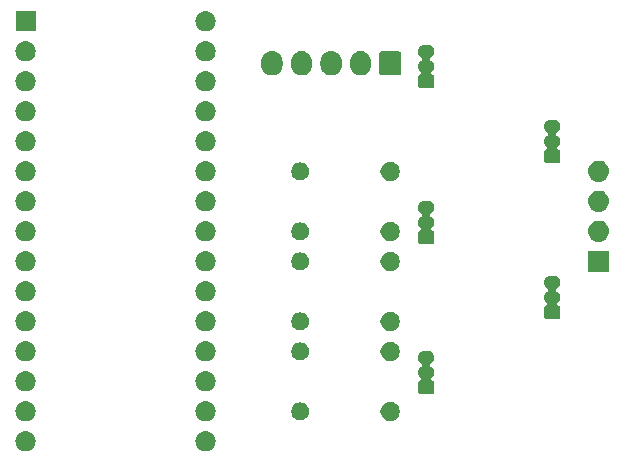
<source format=gbr>
%TF.GenerationSoftware,KiCad,Pcbnew,(5.1.2)-2*%
%TF.CreationDate,2021-07-28T17:12:53+02:00*%
%TF.ProjectId,SFB,5346422e-6b69-4636-9164-5f7063625858,1*%
%TF.SameCoordinates,Original*%
%TF.FileFunction,Soldermask,Top*%
%TF.FilePolarity,Negative*%
%FSLAX46Y46*%
G04 Gerber Fmt 4.6, Leading zero omitted, Abs format (unit mm)*
G04 Created by KiCad (PCBNEW (5.1.2)-2) date 2021-07-28 17:12:53*
%MOMM*%
%LPD*%
G04 APERTURE LIST*
%ADD10C,0.100000*%
G04 APERTURE END LIST*
D10*
G36*
X59475823Y-125145313D02*
G01*
X59636242Y-125193976D01*
X59768906Y-125264886D01*
X59784078Y-125272996D01*
X59913659Y-125379341D01*
X60020004Y-125508922D01*
X60020005Y-125508924D01*
X60099024Y-125656758D01*
X60147687Y-125817177D01*
X60164117Y-125984000D01*
X60147687Y-126150823D01*
X60099024Y-126311242D01*
X60028114Y-126443906D01*
X60020004Y-126459078D01*
X59913659Y-126588659D01*
X59784078Y-126695004D01*
X59784076Y-126695005D01*
X59636242Y-126774024D01*
X59475823Y-126822687D01*
X59350804Y-126835000D01*
X59267196Y-126835000D01*
X59142177Y-126822687D01*
X58981758Y-126774024D01*
X58833924Y-126695005D01*
X58833922Y-126695004D01*
X58704341Y-126588659D01*
X58597996Y-126459078D01*
X58589886Y-126443906D01*
X58518976Y-126311242D01*
X58470313Y-126150823D01*
X58453883Y-125984000D01*
X58470313Y-125817177D01*
X58518976Y-125656758D01*
X58597995Y-125508924D01*
X58597996Y-125508922D01*
X58704341Y-125379341D01*
X58833922Y-125272996D01*
X58849094Y-125264886D01*
X58981758Y-125193976D01*
X59142177Y-125145313D01*
X59267196Y-125133000D01*
X59350804Y-125133000D01*
X59475823Y-125145313D01*
X59475823Y-125145313D01*
G37*
G36*
X44235823Y-125145313D02*
G01*
X44396242Y-125193976D01*
X44528906Y-125264886D01*
X44544078Y-125272996D01*
X44673659Y-125379341D01*
X44780004Y-125508922D01*
X44780005Y-125508924D01*
X44859024Y-125656758D01*
X44907687Y-125817177D01*
X44924117Y-125984000D01*
X44907687Y-126150823D01*
X44859024Y-126311242D01*
X44788114Y-126443906D01*
X44780004Y-126459078D01*
X44673659Y-126588659D01*
X44544078Y-126695004D01*
X44544076Y-126695005D01*
X44396242Y-126774024D01*
X44235823Y-126822687D01*
X44110804Y-126835000D01*
X44027196Y-126835000D01*
X43902177Y-126822687D01*
X43741758Y-126774024D01*
X43593924Y-126695005D01*
X43593922Y-126695004D01*
X43464341Y-126588659D01*
X43357996Y-126459078D01*
X43349886Y-126443906D01*
X43278976Y-126311242D01*
X43230313Y-126150823D01*
X43213883Y-125984000D01*
X43230313Y-125817177D01*
X43278976Y-125656758D01*
X43357995Y-125508924D01*
X43357996Y-125508922D01*
X43464341Y-125379341D01*
X43593922Y-125272996D01*
X43609094Y-125264886D01*
X43741758Y-125193976D01*
X43902177Y-125145313D01*
X44027196Y-125133000D01*
X44110804Y-125133000D01*
X44235823Y-125145313D01*
X44235823Y-125145313D01*
G37*
G36*
X44235823Y-122605313D02*
G01*
X44396242Y-122653976D01*
X44472057Y-122694500D01*
X44544078Y-122732996D01*
X44673659Y-122839341D01*
X44780004Y-122968922D01*
X44780005Y-122968924D01*
X44859024Y-123116758D01*
X44907687Y-123277177D01*
X44924117Y-123444000D01*
X44907687Y-123610823D01*
X44859024Y-123771242D01*
X44788114Y-123903906D01*
X44780004Y-123919078D01*
X44673659Y-124048659D01*
X44544078Y-124155004D01*
X44544076Y-124155005D01*
X44396242Y-124234024D01*
X44235823Y-124282687D01*
X44110804Y-124295000D01*
X44027196Y-124295000D01*
X43902177Y-124282687D01*
X43741758Y-124234024D01*
X43593924Y-124155005D01*
X43593922Y-124155004D01*
X43464341Y-124048659D01*
X43357996Y-123919078D01*
X43349886Y-123903906D01*
X43278976Y-123771242D01*
X43230313Y-123610823D01*
X43213883Y-123444000D01*
X43230313Y-123277177D01*
X43278976Y-123116758D01*
X43357995Y-122968924D01*
X43357996Y-122968922D01*
X43464341Y-122839341D01*
X43593922Y-122732996D01*
X43665943Y-122694500D01*
X43741758Y-122653976D01*
X43902177Y-122605313D01*
X44027196Y-122593000D01*
X44110804Y-122593000D01*
X44235823Y-122605313D01*
X44235823Y-122605313D01*
G37*
G36*
X59475823Y-122605313D02*
G01*
X59636242Y-122653976D01*
X59712057Y-122694500D01*
X59784078Y-122732996D01*
X59913659Y-122839341D01*
X60020004Y-122968922D01*
X60020005Y-122968924D01*
X60099024Y-123116758D01*
X60147687Y-123277177D01*
X60164117Y-123444000D01*
X60147687Y-123610823D01*
X60099024Y-123771242D01*
X60028114Y-123903906D01*
X60020004Y-123919078D01*
X59913659Y-124048659D01*
X59784078Y-124155004D01*
X59784076Y-124155005D01*
X59636242Y-124234024D01*
X59475823Y-124282687D01*
X59350804Y-124295000D01*
X59267196Y-124295000D01*
X59142177Y-124282687D01*
X58981758Y-124234024D01*
X58833924Y-124155005D01*
X58833922Y-124155004D01*
X58704341Y-124048659D01*
X58597996Y-123919078D01*
X58589886Y-123903906D01*
X58518976Y-123771242D01*
X58470313Y-123610823D01*
X58453883Y-123444000D01*
X58470313Y-123277177D01*
X58518976Y-123116758D01*
X58597995Y-122968924D01*
X58597996Y-122968922D01*
X58704341Y-122839341D01*
X58833922Y-122732996D01*
X58905943Y-122694500D01*
X58981758Y-122653976D01*
X59142177Y-122605313D01*
X59267196Y-122593000D01*
X59350804Y-122593000D01*
X59475823Y-122605313D01*
X59475823Y-122605313D01*
G37*
G36*
X75167142Y-122662242D02*
G01*
X75315101Y-122723529D01*
X75448255Y-122812499D01*
X75561501Y-122925745D01*
X75650471Y-123058899D01*
X75711758Y-123206858D01*
X75743000Y-123363925D01*
X75743000Y-123524075D01*
X75711758Y-123681142D01*
X75650471Y-123829101D01*
X75561501Y-123962255D01*
X75448255Y-124075501D01*
X75315101Y-124164471D01*
X75167142Y-124225758D01*
X75010075Y-124257000D01*
X74849925Y-124257000D01*
X74692858Y-124225758D01*
X74544899Y-124164471D01*
X74411745Y-124075501D01*
X74298499Y-123962255D01*
X74209529Y-123829101D01*
X74148242Y-123681142D01*
X74117000Y-123524075D01*
X74117000Y-123363925D01*
X74148242Y-123206858D01*
X74209529Y-123058899D01*
X74298499Y-122925745D01*
X74411745Y-122812499D01*
X74544899Y-122723529D01*
X74692858Y-122662242D01*
X74849925Y-122631000D01*
X75010075Y-122631000D01*
X75167142Y-122662242D01*
X75167142Y-122662242D01*
G37*
G36*
X67404425Y-122698599D02*
G01*
X67528621Y-122723302D01*
X67665022Y-122779801D01*
X67787779Y-122861825D01*
X67892175Y-122966221D01*
X67974199Y-123088978D01*
X68030698Y-123225379D01*
X68059500Y-123370181D01*
X68059500Y-123517819D01*
X68030698Y-123662621D01*
X67974199Y-123799022D01*
X67892175Y-123921779D01*
X67787779Y-124026175D01*
X67665022Y-124108199D01*
X67528621Y-124164698D01*
X67404425Y-124189401D01*
X67383820Y-124193500D01*
X67236180Y-124193500D01*
X67215575Y-124189401D01*
X67091379Y-124164698D01*
X66954978Y-124108199D01*
X66832221Y-124026175D01*
X66727825Y-123921779D01*
X66645801Y-123799022D01*
X66589302Y-123662621D01*
X66560500Y-123517819D01*
X66560500Y-123370181D01*
X66589302Y-123225379D01*
X66645801Y-123088978D01*
X66727825Y-122966221D01*
X66832221Y-122861825D01*
X66954978Y-122779801D01*
X67091379Y-122723302D01*
X67215575Y-122698599D01*
X67236180Y-122694500D01*
X67383820Y-122694500D01*
X67404425Y-122698599D01*
X67404425Y-122698599D01*
G37*
G36*
X78215916Y-118304334D02*
G01*
X78324492Y-118337271D01*
X78324495Y-118337272D01*
X78360601Y-118356571D01*
X78424557Y-118390756D01*
X78512264Y-118462736D01*
X78584244Y-118550443D01*
X78601443Y-118582621D01*
X78637728Y-118650505D01*
X78637729Y-118650508D01*
X78670666Y-118759084D01*
X78681787Y-118872000D01*
X78670666Y-118984916D01*
X78637729Y-119093492D01*
X78637728Y-119093495D01*
X78627035Y-119113500D01*
X78584244Y-119193557D01*
X78512264Y-119281264D01*
X78424557Y-119353244D01*
X78343141Y-119396761D01*
X78322766Y-119410375D01*
X78305439Y-119427702D01*
X78291826Y-119448076D01*
X78282448Y-119470715D01*
X78277668Y-119494748D01*
X78277668Y-119519252D01*
X78282448Y-119543285D01*
X78291826Y-119565924D01*
X78305440Y-119586299D01*
X78322767Y-119603626D01*
X78343141Y-119617239D01*
X78424557Y-119660756D01*
X78512264Y-119732736D01*
X78584244Y-119820443D01*
X78618429Y-119884399D01*
X78637728Y-119920505D01*
X78637729Y-119920508D01*
X78670666Y-120029084D01*
X78681787Y-120142000D01*
X78670666Y-120254916D01*
X78637729Y-120363492D01*
X78637728Y-120363495D01*
X78618429Y-120399601D01*
X78584244Y-120463557D01*
X78512264Y-120551264D01*
X78430608Y-120618278D01*
X78413284Y-120635602D01*
X78399671Y-120655976D01*
X78390293Y-120678615D01*
X78385513Y-120702648D01*
X78385513Y-120727152D01*
X78390294Y-120751186D01*
X78399671Y-120773825D01*
X78413285Y-120794199D01*
X78430612Y-120811526D01*
X78450986Y-120825139D01*
X78473625Y-120834517D01*
X78497661Y-120839297D01*
X78510915Y-120840602D01*
X78549952Y-120852444D01*
X78585921Y-120871670D01*
X78617453Y-120897547D01*
X78643330Y-120929079D01*
X78662556Y-120965048D01*
X78674398Y-121004085D01*
X78679000Y-121050814D01*
X78679000Y-121773186D01*
X78674398Y-121819915D01*
X78662556Y-121858952D01*
X78643330Y-121894921D01*
X78617453Y-121926453D01*
X78585921Y-121952330D01*
X78549952Y-121971556D01*
X78510915Y-121983398D01*
X78464186Y-121988000D01*
X77491814Y-121988000D01*
X77445085Y-121983398D01*
X77406048Y-121971556D01*
X77370079Y-121952330D01*
X77338547Y-121926453D01*
X77312670Y-121894921D01*
X77293444Y-121858952D01*
X77281602Y-121819915D01*
X77277000Y-121773186D01*
X77277000Y-121050814D01*
X77281602Y-121004085D01*
X77293444Y-120965048D01*
X77312670Y-120929079D01*
X77338547Y-120897547D01*
X77370079Y-120871670D01*
X77406048Y-120852444D01*
X77445085Y-120840602D01*
X77458339Y-120839297D01*
X77482372Y-120834517D01*
X77505011Y-120825141D01*
X77525386Y-120811527D01*
X77542714Y-120794201D01*
X77556328Y-120773827D01*
X77565706Y-120751188D01*
X77570487Y-120727155D01*
X77570487Y-120702651D01*
X77565707Y-120678618D01*
X77556331Y-120655979D01*
X77542717Y-120635604D01*
X77525392Y-120618278D01*
X77443736Y-120551264D01*
X77371756Y-120463557D01*
X77337571Y-120399601D01*
X77318272Y-120363495D01*
X77318271Y-120363492D01*
X77285334Y-120254916D01*
X77274213Y-120142000D01*
X77285334Y-120029084D01*
X77318271Y-119920508D01*
X77318272Y-119920505D01*
X77337571Y-119884399D01*
X77371756Y-119820443D01*
X77443736Y-119732736D01*
X77531443Y-119660756D01*
X77612859Y-119617239D01*
X77633234Y-119603625D01*
X77650561Y-119586298D01*
X77664174Y-119565924D01*
X77673552Y-119543285D01*
X77678332Y-119519252D01*
X77678332Y-119494748D01*
X77673552Y-119470715D01*
X77664174Y-119448076D01*
X77650560Y-119427701D01*
X77633233Y-119410374D01*
X77612859Y-119396761D01*
X77531443Y-119353244D01*
X77443736Y-119281264D01*
X77371756Y-119193557D01*
X77328965Y-119113500D01*
X77318272Y-119093495D01*
X77318271Y-119093492D01*
X77285334Y-118984916D01*
X77274213Y-118872000D01*
X77285334Y-118759084D01*
X77318271Y-118650508D01*
X77318272Y-118650505D01*
X77354557Y-118582621D01*
X77371756Y-118550443D01*
X77443736Y-118462736D01*
X77531443Y-118390756D01*
X77595399Y-118356571D01*
X77631505Y-118337272D01*
X77631508Y-118337271D01*
X77740084Y-118304334D01*
X77824702Y-118296000D01*
X78131298Y-118296000D01*
X78215916Y-118304334D01*
X78215916Y-118304334D01*
G37*
G36*
X44235823Y-120065313D02*
G01*
X44396242Y-120113976D01*
X44528906Y-120184886D01*
X44544078Y-120192996D01*
X44673659Y-120299341D01*
X44780004Y-120428922D01*
X44780005Y-120428924D01*
X44859024Y-120576758D01*
X44907687Y-120737177D01*
X44924117Y-120904000D01*
X44907687Y-121070823D01*
X44859024Y-121231242D01*
X44788114Y-121363906D01*
X44780004Y-121379078D01*
X44673659Y-121508659D01*
X44544078Y-121615004D01*
X44544076Y-121615005D01*
X44396242Y-121694024D01*
X44235823Y-121742687D01*
X44110804Y-121755000D01*
X44027196Y-121755000D01*
X43902177Y-121742687D01*
X43741758Y-121694024D01*
X43593924Y-121615005D01*
X43593922Y-121615004D01*
X43464341Y-121508659D01*
X43357996Y-121379078D01*
X43349886Y-121363906D01*
X43278976Y-121231242D01*
X43230313Y-121070823D01*
X43213883Y-120904000D01*
X43230313Y-120737177D01*
X43278976Y-120576758D01*
X43357995Y-120428924D01*
X43357996Y-120428922D01*
X43464341Y-120299341D01*
X43593922Y-120192996D01*
X43609094Y-120184886D01*
X43741758Y-120113976D01*
X43902177Y-120065313D01*
X44027196Y-120053000D01*
X44110804Y-120053000D01*
X44235823Y-120065313D01*
X44235823Y-120065313D01*
G37*
G36*
X59475823Y-120065313D02*
G01*
X59636242Y-120113976D01*
X59768906Y-120184886D01*
X59784078Y-120192996D01*
X59913659Y-120299341D01*
X60020004Y-120428922D01*
X60020005Y-120428924D01*
X60099024Y-120576758D01*
X60147687Y-120737177D01*
X60164117Y-120904000D01*
X60147687Y-121070823D01*
X60099024Y-121231242D01*
X60028114Y-121363906D01*
X60020004Y-121379078D01*
X59913659Y-121508659D01*
X59784078Y-121615004D01*
X59784076Y-121615005D01*
X59636242Y-121694024D01*
X59475823Y-121742687D01*
X59350804Y-121755000D01*
X59267196Y-121755000D01*
X59142177Y-121742687D01*
X58981758Y-121694024D01*
X58833924Y-121615005D01*
X58833922Y-121615004D01*
X58704341Y-121508659D01*
X58597996Y-121379078D01*
X58589886Y-121363906D01*
X58518976Y-121231242D01*
X58470313Y-121070823D01*
X58453883Y-120904000D01*
X58470313Y-120737177D01*
X58518976Y-120576758D01*
X58597995Y-120428924D01*
X58597996Y-120428922D01*
X58704341Y-120299341D01*
X58833922Y-120192996D01*
X58849094Y-120184886D01*
X58981758Y-120113976D01*
X59142177Y-120065313D01*
X59267196Y-120053000D01*
X59350804Y-120053000D01*
X59475823Y-120065313D01*
X59475823Y-120065313D01*
G37*
G36*
X44235823Y-117525313D02*
G01*
X44396242Y-117573976D01*
X44472057Y-117614500D01*
X44544078Y-117652996D01*
X44673659Y-117759341D01*
X44780004Y-117888922D01*
X44780005Y-117888924D01*
X44859024Y-118036758D01*
X44907687Y-118197177D01*
X44924117Y-118364000D01*
X44907687Y-118530823D01*
X44859024Y-118691242D01*
X44788114Y-118823906D01*
X44780004Y-118839078D01*
X44673659Y-118968659D01*
X44544078Y-119075004D01*
X44544076Y-119075005D01*
X44396242Y-119154024D01*
X44235823Y-119202687D01*
X44110804Y-119215000D01*
X44027196Y-119215000D01*
X43902177Y-119202687D01*
X43741758Y-119154024D01*
X43593924Y-119075005D01*
X43593922Y-119075004D01*
X43464341Y-118968659D01*
X43357996Y-118839078D01*
X43349886Y-118823906D01*
X43278976Y-118691242D01*
X43230313Y-118530823D01*
X43213883Y-118364000D01*
X43230313Y-118197177D01*
X43278976Y-118036758D01*
X43357995Y-117888924D01*
X43357996Y-117888922D01*
X43464341Y-117759341D01*
X43593922Y-117652996D01*
X43665943Y-117614500D01*
X43741758Y-117573976D01*
X43902177Y-117525313D01*
X44027196Y-117513000D01*
X44110804Y-117513000D01*
X44235823Y-117525313D01*
X44235823Y-117525313D01*
G37*
G36*
X59475823Y-117525313D02*
G01*
X59636242Y-117573976D01*
X59712057Y-117614500D01*
X59784078Y-117652996D01*
X59913659Y-117759341D01*
X60020004Y-117888922D01*
X60020005Y-117888924D01*
X60099024Y-118036758D01*
X60147687Y-118197177D01*
X60164117Y-118364000D01*
X60147687Y-118530823D01*
X60099024Y-118691242D01*
X60028114Y-118823906D01*
X60020004Y-118839078D01*
X59913659Y-118968659D01*
X59784078Y-119075004D01*
X59784076Y-119075005D01*
X59636242Y-119154024D01*
X59475823Y-119202687D01*
X59350804Y-119215000D01*
X59267196Y-119215000D01*
X59142177Y-119202687D01*
X58981758Y-119154024D01*
X58833924Y-119075005D01*
X58833922Y-119075004D01*
X58704341Y-118968659D01*
X58597996Y-118839078D01*
X58589886Y-118823906D01*
X58518976Y-118691242D01*
X58470313Y-118530823D01*
X58453883Y-118364000D01*
X58470313Y-118197177D01*
X58518976Y-118036758D01*
X58597995Y-117888924D01*
X58597996Y-117888922D01*
X58704341Y-117759341D01*
X58833922Y-117652996D01*
X58905943Y-117614500D01*
X58981758Y-117573976D01*
X59142177Y-117525313D01*
X59267196Y-117513000D01*
X59350804Y-117513000D01*
X59475823Y-117525313D01*
X59475823Y-117525313D01*
G37*
G36*
X75167142Y-117582242D02*
G01*
X75315101Y-117643529D01*
X75448255Y-117732499D01*
X75561501Y-117845745D01*
X75650471Y-117978899D01*
X75711758Y-118126858D01*
X75743000Y-118283925D01*
X75743000Y-118444075D01*
X75711758Y-118601142D01*
X75650471Y-118749101D01*
X75561501Y-118882255D01*
X75448255Y-118995501D01*
X75315101Y-119084471D01*
X75167142Y-119145758D01*
X75010075Y-119177000D01*
X74849925Y-119177000D01*
X74692858Y-119145758D01*
X74544899Y-119084471D01*
X74411745Y-118995501D01*
X74298499Y-118882255D01*
X74209529Y-118749101D01*
X74148242Y-118601142D01*
X74117000Y-118444075D01*
X74117000Y-118283925D01*
X74148242Y-118126858D01*
X74209529Y-117978899D01*
X74298499Y-117845745D01*
X74411745Y-117732499D01*
X74544899Y-117643529D01*
X74692858Y-117582242D01*
X74849925Y-117551000D01*
X75010075Y-117551000D01*
X75167142Y-117582242D01*
X75167142Y-117582242D01*
G37*
G36*
X67404425Y-117618599D02*
G01*
X67528621Y-117643302D01*
X67665022Y-117699801D01*
X67787779Y-117781825D01*
X67892175Y-117886221D01*
X67974199Y-118008978D01*
X68030698Y-118145379D01*
X68059500Y-118290181D01*
X68059500Y-118437819D01*
X68030698Y-118582621D01*
X67974199Y-118719022D01*
X67892175Y-118841779D01*
X67787779Y-118946175D01*
X67665022Y-119028199D01*
X67528621Y-119084698D01*
X67404425Y-119109401D01*
X67383820Y-119113500D01*
X67236180Y-119113500D01*
X67215575Y-119109401D01*
X67091379Y-119084698D01*
X66954978Y-119028199D01*
X66832221Y-118946175D01*
X66727825Y-118841779D01*
X66645801Y-118719022D01*
X66589302Y-118582621D01*
X66560500Y-118437819D01*
X66560500Y-118290181D01*
X66589302Y-118145379D01*
X66645801Y-118008978D01*
X66727825Y-117886221D01*
X66832221Y-117781825D01*
X66954978Y-117699801D01*
X67091379Y-117643302D01*
X67215575Y-117618599D01*
X67236180Y-117614500D01*
X67383820Y-117614500D01*
X67404425Y-117618599D01*
X67404425Y-117618599D01*
G37*
G36*
X44235823Y-114985313D02*
G01*
X44396242Y-115033976D01*
X44472057Y-115074500D01*
X44544078Y-115112996D01*
X44673659Y-115219341D01*
X44780004Y-115348922D01*
X44780005Y-115348924D01*
X44859024Y-115496758D01*
X44907687Y-115657177D01*
X44924117Y-115824000D01*
X44907687Y-115990823D01*
X44859024Y-116151242D01*
X44788114Y-116283906D01*
X44780004Y-116299078D01*
X44673659Y-116428659D01*
X44544078Y-116535004D01*
X44544076Y-116535005D01*
X44396242Y-116614024D01*
X44235823Y-116662687D01*
X44110804Y-116675000D01*
X44027196Y-116675000D01*
X43902177Y-116662687D01*
X43741758Y-116614024D01*
X43593924Y-116535005D01*
X43593922Y-116535004D01*
X43464341Y-116428659D01*
X43357996Y-116299078D01*
X43349886Y-116283906D01*
X43278976Y-116151242D01*
X43230313Y-115990823D01*
X43213883Y-115824000D01*
X43230313Y-115657177D01*
X43278976Y-115496758D01*
X43357995Y-115348924D01*
X43357996Y-115348922D01*
X43464341Y-115219341D01*
X43593922Y-115112996D01*
X43665943Y-115074500D01*
X43741758Y-115033976D01*
X43902177Y-114985313D01*
X44027196Y-114973000D01*
X44110804Y-114973000D01*
X44235823Y-114985313D01*
X44235823Y-114985313D01*
G37*
G36*
X59475823Y-114985313D02*
G01*
X59636242Y-115033976D01*
X59712057Y-115074500D01*
X59784078Y-115112996D01*
X59913659Y-115219341D01*
X60020004Y-115348922D01*
X60020005Y-115348924D01*
X60099024Y-115496758D01*
X60147687Y-115657177D01*
X60164117Y-115824000D01*
X60147687Y-115990823D01*
X60099024Y-116151242D01*
X60028114Y-116283906D01*
X60020004Y-116299078D01*
X59913659Y-116428659D01*
X59784078Y-116535004D01*
X59784076Y-116535005D01*
X59636242Y-116614024D01*
X59475823Y-116662687D01*
X59350804Y-116675000D01*
X59267196Y-116675000D01*
X59142177Y-116662687D01*
X58981758Y-116614024D01*
X58833924Y-116535005D01*
X58833922Y-116535004D01*
X58704341Y-116428659D01*
X58597996Y-116299078D01*
X58589886Y-116283906D01*
X58518976Y-116151242D01*
X58470313Y-115990823D01*
X58453883Y-115824000D01*
X58470313Y-115657177D01*
X58518976Y-115496758D01*
X58597995Y-115348924D01*
X58597996Y-115348922D01*
X58704341Y-115219341D01*
X58833922Y-115112996D01*
X58905943Y-115074500D01*
X58981758Y-115033976D01*
X59142177Y-114985313D01*
X59267196Y-114973000D01*
X59350804Y-114973000D01*
X59475823Y-114985313D01*
X59475823Y-114985313D01*
G37*
G36*
X75167142Y-115042242D02*
G01*
X75315101Y-115103529D01*
X75448255Y-115192499D01*
X75561501Y-115305745D01*
X75650471Y-115438899D01*
X75711758Y-115586858D01*
X75743000Y-115743925D01*
X75743000Y-115904075D01*
X75711758Y-116061142D01*
X75650471Y-116209101D01*
X75561501Y-116342255D01*
X75448255Y-116455501D01*
X75315101Y-116544471D01*
X75167142Y-116605758D01*
X75010075Y-116637000D01*
X74849925Y-116637000D01*
X74692858Y-116605758D01*
X74544899Y-116544471D01*
X74411745Y-116455501D01*
X74298499Y-116342255D01*
X74209529Y-116209101D01*
X74148242Y-116061142D01*
X74117000Y-115904075D01*
X74117000Y-115743925D01*
X74148242Y-115586858D01*
X74209529Y-115438899D01*
X74298499Y-115305745D01*
X74411745Y-115192499D01*
X74544899Y-115103529D01*
X74692858Y-115042242D01*
X74849925Y-115011000D01*
X75010075Y-115011000D01*
X75167142Y-115042242D01*
X75167142Y-115042242D01*
G37*
G36*
X67404425Y-115078599D02*
G01*
X67528621Y-115103302D01*
X67665022Y-115159801D01*
X67787779Y-115241825D01*
X67892175Y-115346221D01*
X67974199Y-115468978D01*
X68030698Y-115605379D01*
X68059500Y-115750181D01*
X68059500Y-115897819D01*
X68030698Y-116042621D01*
X67974199Y-116179022D01*
X67892175Y-116301779D01*
X67787779Y-116406175D01*
X67665022Y-116488199D01*
X67528621Y-116544698D01*
X67404425Y-116569401D01*
X67383820Y-116573500D01*
X67236180Y-116573500D01*
X67215575Y-116569401D01*
X67091379Y-116544698D01*
X66954978Y-116488199D01*
X66832221Y-116406175D01*
X66727825Y-116301779D01*
X66645801Y-116179022D01*
X66589302Y-116042621D01*
X66560500Y-115897819D01*
X66560500Y-115750181D01*
X66589302Y-115605379D01*
X66645801Y-115468978D01*
X66727825Y-115346221D01*
X66832221Y-115241825D01*
X66954978Y-115159801D01*
X67091379Y-115103302D01*
X67215575Y-115078599D01*
X67236180Y-115074500D01*
X67383820Y-115074500D01*
X67404425Y-115078599D01*
X67404425Y-115078599D01*
G37*
G36*
X88883916Y-111954334D02*
G01*
X88992492Y-111987271D01*
X88992495Y-111987272D01*
X89028601Y-112006571D01*
X89092557Y-112040756D01*
X89180264Y-112112736D01*
X89252244Y-112200443D01*
X89286429Y-112264399D01*
X89305728Y-112300505D01*
X89305729Y-112300508D01*
X89338666Y-112409084D01*
X89349787Y-112522000D01*
X89338666Y-112634916D01*
X89305729Y-112743492D01*
X89305728Y-112743495D01*
X89286429Y-112779601D01*
X89252244Y-112843557D01*
X89180264Y-112931264D01*
X89092557Y-113003244D01*
X89011141Y-113046761D01*
X88990766Y-113060375D01*
X88973439Y-113077702D01*
X88959826Y-113098076D01*
X88950448Y-113120715D01*
X88945668Y-113144748D01*
X88945668Y-113169252D01*
X88950448Y-113193285D01*
X88959826Y-113215924D01*
X88973440Y-113236299D01*
X88990767Y-113253626D01*
X89011141Y-113267239D01*
X89092557Y-113310756D01*
X89180264Y-113382736D01*
X89252244Y-113470443D01*
X89286429Y-113534399D01*
X89305728Y-113570505D01*
X89305729Y-113570508D01*
X89338666Y-113679084D01*
X89349787Y-113792000D01*
X89338666Y-113904916D01*
X89311337Y-113995004D01*
X89305728Y-114013495D01*
X89286429Y-114049601D01*
X89252244Y-114113557D01*
X89180264Y-114201264D01*
X89098608Y-114268278D01*
X89081284Y-114285602D01*
X89067671Y-114305976D01*
X89058293Y-114328615D01*
X89053513Y-114352648D01*
X89053513Y-114377152D01*
X89058294Y-114401186D01*
X89067671Y-114423825D01*
X89081285Y-114444199D01*
X89098612Y-114461526D01*
X89118986Y-114475139D01*
X89141625Y-114484517D01*
X89165661Y-114489297D01*
X89178915Y-114490602D01*
X89217952Y-114502444D01*
X89253921Y-114521670D01*
X89285453Y-114547547D01*
X89311330Y-114579079D01*
X89330556Y-114615048D01*
X89342398Y-114654085D01*
X89347000Y-114700814D01*
X89347000Y-115423186D01*
X89342398Y-115469915D01*
X89330556Y-115508952D01*
X89311330Y-115544921D01*
X89285453Y-115576453D01*
X89253921Y-115602330D01*
X89217952Y-115621556D01*
X89178915Y-115633398D01*
X89132186Y-115638000D01*
X88159814Y-115638000D01*
X88113085Y-115633398D01*
X88074048Y-115621556D01*
X88038079Y-115602330D01*
X88006547Y-115576453D01*
X87980670Y-115544921D01*
X87961444Y-115508952D01*
X87949602Y-115469915D01*
X87945000Y-115423186D01*
X87945000Y-114700814D01*
X87949602Y-114654085D01*
X87961444Y-114615048D01*
X87980670Y-114579079D01*
X88006547Y-114547547D01*
X88038079Y-114521670D01*
X88074048Y-114502444D01*
X88113085Y-114490602D01*
X88126339Y-114489297D01*
X88150372Y-114484517D01*
X88173011Y-114475141D01*
X88193386Y-114461527D01*
X88210714Y-114444201D01*
X88224328Y-114423827D01*
X88233706Y-114401188D01*
X88238487Y-114377155D01*
X88238487Y-114352651D01*
X88233707Y-114328618D01*
X88224331Y-114305979D01*
X88210717Y-114285604D01*
X88193392Y-114268278D01*
X88111736Y-114201264D01*
X88039756Y-114113557D01*
X88005571Y-114049601D01*
X87986272Y-114013495D01*
X87980663Y-113995004D01*
X87953334Y-113904916D01*
X87942213Y-113792000D01*
X87953334Y-113679084D01*
X87986271Y-113570508D01*
X87986272Y-113570505D01*
X88005571Y-113534399D01*
X88039756Y-113470443D01*
X88111736Y-113382736D01*
X88199443Y-113310756D01*
X88280859Y-113267239D01*
X88301234Y-113253625D01*
X88318561Y-113236298D01*
X88332174Y-113215924D01*
X88341552Y-113193285D01*
X88346332Y-113169252D01*
X88346332Y-113144748D01*
X88341552Y-113120715D01*
X88332174Y-113098076D01*
X88318560Y-113077701D01*
X88301233Y-113060374D01*
X88280859Y-113046761D01*
X88199443Y-113003244D01*
X88111736Y-112931264D01*
X88039756Y-112843557D01*
X88005571Y-112779601D01*
X87986272Y-112743495D01*
X87986271Y-112743492D01*
X87953334Y-112634916D01*
X87942213Y-112522000D01*
X87953334Y-112409084D01*
X87986271Y-112300508D01*
X87986272Y-112300505D01*
X88005571Y-112264399D01*
X88039756Y-112200443D01*
X88111736Y-112112736D01*
X88199443Y-112040756D01*
X88263399Y-112006571D01*
X88299505Y-111987272D01*
X88299508Y-111987271D01*
X88408084Y-111954334D01*
X88492702Y-111946000D01*
X88799298Y-111946000D01*
X88883916Y-111954334D01*
X88883916Y-111954334D01*
G37*
G36*
X59475823Y-112445313D02*
G01*
X59636242Y-112493976D01*
X59768906Y-112564886D01*
X59784078Y-112572996D01*
X59913659Y-112679341D01*
X60020004Y-112808922D01*
X60020005Y-112808924D01*
X60099024Y-112956758D01*
X60147687Y-113117177D01*
X60164117Y-113284000D01*
X60147687Y-113450823D01*
X60099024Y-113611242D01*
X60028114Y-113743906D01*
X60020004Y-113759078D01*
X59913659Y-113888659D01*
X59784078Y-113995004D01*
X59784076Y-113995005D01*
X59636242Y-114074024D01*
X59475823Y-114122687D01*
X59350804Y-114135000D01*
X59267196Y-114135000D01*
X59142177Y-114122687D01*
X58981758Y-114074024D01*
X58833924Y-113995005D01*
X58833922Y-113995004D01*
X58704341Y-113888659D01*
X58597996Y-113759078D01*
X58589886Y-113743906D01*
X58518976Y-113611242D01*
X58470313Y-113450823D01*
X58453883Y-113284000D01*
X58470313Y-113117177D01*
X58518976Y-112956758D01*
X58597995Y-112808924D01*
X58597996Y-112808922D01*
X58704341Y-112679341D01*
X58833922Y-112572996D01*
X58849094Y-112564886D01*
X58981758Y-112493976D01*
X59142177Y-112445313D01*
X59267196Y-112433000D01*
X59350804Y-112433000D01*
X59475823Y-112445313D01*
X59475823Y-112445313D01*
G37*
G36*
X44235823Y-112445313D02*
G01*
X44396242Y-112493976D01*
X44528906Y-112564886D01*
X44544078Y-112572996D01*
X44673659Y-112679341D01*
X44780004Y-112808922D01*
X44780005Y-112808924D01*
X44859024Y-112956758D01*
X44907687Y-113117177D01*
X44924117Y-113284000D01*
X44907687Y-113450823D01*
X44859024Y-113611242D01*
X44788114Y-113743906D01*
X44780004Y-113759078D01*
X44673659Y-113888659D01*
X44544078Y-113995004D01*
X44544076Y-113995005D01*
X44396242Y-114074024D01*
X44235823Y-114122687D01*
X44110804Y-114135000D01*
X44027196Y-114135000D01*
X43902177Y-114122687D01*
X43741758Y-114074024D01*
X43593924Y-113995005D01*
X43593922Y-113995004D01*
X43464341Y-113888659D01*
X43357996Y-113759078D01*
X43349886Y-113743906D01*
X43278976Y-113611242D01*
X43230313Y-113450823D01*
X43213883Y-113284000D01*
X43230313Y-113117177D01*
X43278976Y-112956758D01*
X43357995Y-112808924D01*
X43357996Y-112808922D01*
X43464341Y-112679341D01*
X43593922Y-112572996D01*
X43609094Y-112564886D01*
X43741758Y-112493976D01*
X43902177Y-112445313D01*
X44027196Y-112433000D01*
X44110804Y-112433000D01*
X44235823Y-112445313D01*
X44235823Y-112445313D01*
G37*
G36*
X93484000Y-111645000D02*
G01*
X91682000Y-111645000D01*
X91682000Y-109843000D01*
X93484000Y-109843000D01*
X93484000Y-111645000D01*
X93484000Y-111645000D01*
G37*
G36*
X44235823Y-109905313D02*
G01*
X44396242Y-109953976D01*
X44472057Y-109994500D01*
X44544078Y-110032996D01*
X44673659Y-110139341D01*
X44780004Y-110268922D01*
X44780005Y-110268924D01*
X44859024Y-110416758D01*
X44907687Y-110577177D01*
X44924117Y-110744000D01*
X44907687Y-110910823D01*
X44859024Y-111071242D01*
X44788114Y-111203906D01*
X44780004Y-111219078D01*
X44673659Y-111348659D01*
X44544078Y-111455004D01*
X44544076Y-111455005D01*
X44396242Y-111534024D01*
X44235823Y-111582687D01*
X44110804Y-111595000D01*
X44027196Y-111595000D01*
X43902177Y-111582687D01*
X43741758Y-111534024D01*
X43593924Y-111455005D01*
X43593922Y-111455004D01*
X43464341Y-111348659D01*
X43357996Y-111219078D01*
X43349886Y-111203906D01*
X43278976Y-111071242D01*
X43230313Y-110910823D01*
X43213883Y-110744000D01*
X43230313Y-110577177D01*
X43278976Y-110416758D01*
X43357995Y-110268924D01*
X43357996Y-110268922D01*
X43464341Y-110139341D01*
X43593922Y-110032996D01*
X43665943Y-109994500D01*
X43741758Y-109953976D01*
X43902177Y-109905313D01*
X44027196Y-109893000D01*
X44110804Y-109893000D01*
X44235823Y-109905313D01*
X44235823Y-109905313D01*
G37*
G36*
X59475823Y-109905313D02*
G01*
X59636242Y-109953976D01*
X59712057Y-109994500D01*
X59784078Y-110032996D01*
X59913659Y-110139341D01*
X60020004Y-110268922D01*
X60020005Y-110268924D01*
X60099024Y-110416758D01*
X60147687Y-110577177D01*
X60164117Y-110744000D01*
X60147687Y-110910823D01*
X60099024Y-111071242D01*
X60028114Y-111203906D01*
X60020004Y-111219078D01*
X59913659Y-111348659D01*
X59784078Y-111455004D01*
X59784076Y-111455005D01*
X59636242Y-111534024D01*
X59475823Y-111582687D01*
X59350804Y-111595000D01*
X59267196Y-111595000D01*
X59142177Y-111582687D01*
X58981758Y-111534024D01*
X58833924Y-111455005D01*
X58833922Y-111455004D01*
X58704341Y-111348659D01*
X58597996Y-111219078D01*
X58589886Y-111203906D01*
X58518976Y-111071242D01*
X58470313Y-110910823D01*
X58453883Y-110744000D01*
X58470313Y-110577177D01*
X58518976Y-110416758D01*
X58597995Y-110268924D01*
X58597996Y-110268922D01*
X58704341Y-110139341D01*
X58833922Y-110032996D01*
X58905943Y-109994500D01*
X58981758Y-109953976D01*
X59142177Y-109905313D01*
X59267196Y-109893000D01*
X59350804Y-109893000D01*
X59475823Y-109905313D01*
X59475823Y-109905313D01*
G37*
G36*
X75167142Y-109962242D02*
G01*
X75315101Y-110023529D01*
X75448255Y-110112499D01*
X75561501Y-110225745D01*
X75650471Y-110358899D01*
X75711758Y-110506858D01*
X75743000Y-110663925D01*
X75743000Y-110824075D01*
X75711758Y-110981142D01*
X75650471Y-111129101D01*
X75561501Y-111262255D01*
X75448255Y-111375501D01*
X75315101Y-111464471D01*
X75167142Y-111525758D01*
X75010075Y-111557000D01*
X74849925Y-111557000D01*
X74692858Y-111525758D01*
X74544899Y-111464471D01*
X74411745Y-111375501D01*
X74298499Y-111262255D01*
X74209529Y-111129101D01*
X74148242Y-110981142D01*
X74117000Y-110824075D01*
X74117000Y-110663925D01*
X74148242Y-110506858D01*
X74209529Y-110358899D01*
X74298499Y-110225745D01*
X74411745Y-110112499D01*
X74544899Y-110023529D01*
X74692858Y-109962242D01*
X74849925Y-109931000D01*
X75010075Y-109931000D01*
X75167142Y-109962242D01*
X75167142Y-109962242D01*
G37*
G36*
X67404425Y-109998599D02*
G01*
X67528621Y-110023302D01*
X67665022Y-110079801D01*
X67787779Y-110161825D01*
X67892175Y-110266221D01*
X67974199Y-110388978D01*
X68030698Y-110525379D01*
X68059500Y-110670181D01*
X68059500Y-110817819D01*
X68030698Y-110962621D01*
X67974199Y-111099022D01*
X67892175Y-111221779D01*
X67787779Y-111326175D01*
X67665022Y-111408199D01*
X67528621Y-111464698D01*
X67404425Y-111489401D01*
X67383820Y-111493500D01*
X67236180Y-111493500D01*
X67215575Y-111489401D01*
X67091379Y-111464698D01*
X66954978Y-111408199D01*
X66832221Y-111326175D01*
X66727825Y-111221779D01*
X66645801Y-111099022D01*
X66589302Y-110962621D01*
X66560500Y-110817819D01*
X66560500Y-110670181D01*
X66589302Y-110525379D01*
X66645801Y-110388978D01*
X66727825Y-110266221D01*
X66832221Y-110161825D01*
X66954978Y-110079801D01*
X67091379Y-110023302D01*
X67215575Y-109998599D01*
X67236180Y-109994500D01*
X67383820Y-109994500D01*
X67404425Y-109998599D01*
X67404425Y-109998599D01*
G37*
G36*
X78215916Y-105604334D02*
G01*
X78324492Y-105637271D01*
X78324495Y-105637272D01*
X78360601Y-105656571D01*
X78424557Y-105690756D01*
X78512264Y-105762736D01*
X78584244Y-105850443D01*
X78618429Y-105914399D01*
X78637728Y-105950505D01*
X78637729Y-105950508D01*
X78670666Y-106059084D01*
X78681787Y-106172000D01*
X78670666Y-106284916D01*
X78643337Y-106375004D01*
X78637728Y-106393495D01*
X78625283Y-106416778D01*
X78584244Y-106493557D01*
X78512264Y-106581264D01*
X78424557Y-106653244D01*
X78343141Y-106696761D01*
X78322766Y-106710375D01*
X78305439Y-106727702D01*
X78291826Y-106748076D01*
X78282448Y-106770715D01*
X78277668Y-106794748D01*
X78277668Y-106819252D01*
X78282448Y-106843285D01*
X78291826Y-106865924D01*
X78305440Y-106886299D01*
X78322767Y-106903626D01*
X78343141Y-106917239D01*
X78424557Y-106960756D01*
X78512264Y-107032736D01*
X78584244Y-107120443D01*
X78618429Y-107184399D01*
X78637728Y-107220505D01*
X78637729Y-107220508D01*
X78670666Y-107329084D01*
X78681787Y-107442000D01*
X78670666Y-107554916D01*
X78637729Y-107663492D01*
X78637728Y-107663495D01*
X78625836Y-107685743D01*
X78584244Y-107763557D01*
X78512264Y-107851264D01*
X78430608Y-107918278D01*
X78413284Y-107935602D01*
X78399671Y-107955976D01*
X78390293Y-107978615D01*
X78385513Y-108002648D01*
X78385513Y-108027152D01*
X78390294Y-108051186D01*
X78399671Y-108073825D01*
X78413285Y-108094199D01*
X78430612Y-108111526D01*
X78450986Y-108125139D01*
X78473625Y-108134517D01*
X78497661Y-108139297D01*
X78510915Y-108140602D01*
X78549952Y-108152444D01*
X78585921Y-108171670D01*
X78617453Y-108197547D01*
X78643330Y-108229079D01*
X78662556Y-108265048D01*
X78674398Y-108304085D01*
X78679000Y-108350814D01*
X78679000Y-109073186D01*
X78674398Y-109119915D01*
X78662556Y-109158952D01*
X78643330Y-109194921D01*
X78617453Y-109226453D01*
X78585921Y-109252330D01*
X78549952Y-109271556D01*
X78510915Y-109283398D01*
X78464186Y-109288000D01*
X77491814Y-109288000D01*
X77445085Y-109283398D01*
X77406048Y-109271556D01*
X77370079Y-109252330D01*
X77338547Y-109226453D01*
X77312670Y-109194921D01*
X77293444Y-109158952D01*
X77281602Y-109119915D01*
X77277000Y-109073186D01*
X77277000Y-108350814D01*
X77281602Y-108304085D01*
X77293444Y-108265048D01*
X77312670Y-108229079D01*
X77338547Y-108197547D01*
X77370079Y-108171670D01*
X77406048Y-108152444D01*
X77445085Y-108140602D01*
X77458339Y-108139297D01*
X77482372Y-108134517D01*
X77505011Y-108125141D01*
X77525386Y-108111527D01*
X77542714Y-108094201D01*
X77556328Y-108073827D01*
X77565706Y-108051188D01*
X77570487Y-108027155D01*
X77570487Y-108002651D01*
X77565707Y-107978618D01*
X77556331Y-107955979D01*
X77542717Y-107935604D01*
X77525392Y-107918278D01*
X77443736Y-107851264D01*
X77371756Y-107763557D01*
X77330164Y-107685743D01*
X77318272Y-107663495D01*
X77318271Y-107663492D01*
X77285334Y-107554916D01*
X77274213Y-107442000D01*
X77285334Y-107329084D01*
X77318271Y-107220508D01*
X77318272Y-107220505D01*
X77337571Y-107184399D01*
X77371756Y-107120443D01*
X77443736Y-107032736D01*
X77531443Y-106960756D01*
X77612859Y-106917239D01*
X77633234Y-106903625D01*
X77650561Y-106886298D01*
X77664174Y-106865924D01*
X77673552Y-106843285D01*
X77678332Y-106819252D01*
X77678332Y-106794748D01*
X77673552Y-106770715D01*
X77664174Y-106748076D01*
X77650560Y-106727701D01*
X77633233Y-106710374D01*
X77612859Y-106696761D01*
X77531443Y-106653244D01*
X77443736Y-106581264D01*
X77371756Y-106493557D01*
X77330717Y-106416778D01*
X77318272Y-106393495D01*
X77312663Y-106375004D01*
X77285334Y-106284916D01*
X77274213Y-106172000D01*
X77285334Y-106059084D01*
X77318271Y-105950508D01*
X77318272Y-105950505D01*
X77337571Y-105914399D01*
X77371756Y-105850443D01*
X77443736Y-105762736D01*
X77531443Y-105690756D01*
X77595399Y-105656571D01*
X77631505Y-105637272D01*
X77631508Y-105637271D01*
X77740084Y-105604334D01*
X77824702Y-105596000D01*
X78131298Y-105596000D01*
X78215916Y-105604334D01*
X78215916Y-105604334D01*
G37*
G36*
X92693442Y-107309518D02*
G01*
X92759627Y-107316037D01*
X92929466Y-107367557D01*
X93085991Y-107451222D01*
X93089985Y-107454500D01*
X93223186Y-107563814D01*
X93304988Y-107663492D01*
X93335778Y-107701009D01*
X93419443Y-107857534D01*
X93470963Y-108027373D01*
X93488359Y-108204000D01*
X93470963Y-108380627D01*
X93419443Y-108550466D01*
X93335778Y-108706991D01*
X93323251Y-108722255D01*
X93223186Y-108844186D01*
X93125357Y-108924471D01*
X93085991Y-108956778D01*
X92929466Y-109040443D01*
X92759627Y-109091963D01*
X92693443Y-109098481D01*
X92627260Y-109105000D01*
X92538740Y-109105000D01*
X92472557Y-109098481D01*
X92406373Y-109091963D01*
X92236534Y-109040443D01*
X92080009Y-108956778D01*
X92040643Y-108924471D01*
X91942814Y-108844186D01*
X91842749Y-108722255D01*
X91830222Y-108706991D01*
X91746557Y-108550466D01*
X91695037Y-108380627D01*
X91677641Y-108204000D01*
X91695037Y-108027373D01*
X91746557Y-107857534D01*
X91830222Y-107701009D01*
X91861012Y-107663492D01*
X91942814Y-107563814D01*
X92076015Y-107454500D01*
X92080009Y-107451222D01*
X92236534Y-107367557D01*
X92406373Y-107316037D01*
X92472558Y-107309518D01*
X92538740Y-107303000D01*
X92627260Y-107303000D01*
X92693442Y-107309518D01*
X92693442Y-107309518D01*
G37*
G36*
X59475823Y-107365313D02*
G01*
X59636242Y-107413976D01*
X59705922Y-107451221D01*
X59784078Y-107492996D01*
X59913659Y-107599341D01*
X60020004Y-107728922D01*
X60020005Y-107728924D01*
X60099024Y-107876758D01*
X60147687Y-108037177D01*
X60164117Y-108204000D01*
X60147687Y-108370823D01*
X60099024Y-108531242D01*
X60028114Y-108663906D01*
X60020004Y-108679078D01*
X59913659Y-108808659D01*
X59784078Y-108915004D01*
X59784076Y-108915005D01*
X59636242Y-108994024D01*
X59475823Y-109042687D01*
X59350804Y-109055000D01*
X59267196Y-109055000D01*
X59142177Y-109042687D01*
X58981758Y-108994024D01*
X58833924Y-108915005D01*
X58833922Y-108915004D01*
X58704341Y-108808659D01*
X58597996Y-108679078D01*
X58589886Y-108663906D01*
X58518976Y-108531242D01*
X58470313Y-108370823D01*
X58453883Y-108204000D01*
X58470313Y-108037177D01*
X58518976Y-107876758D01*
X58597995Y-107728924D01*
X58597996Y-107728922D01*
X58704341Y-107599341D01*
X58833922Y-107492996D01*
X58912078Y-107451221D01*
X58981758Y-107413976D01*
X59142177Y-107365313D01*
X59267196Y-107353000D01*
X59350804Y-107353000D01*
X59475823Y-107365313D01*
X59475823Y-107365313D01*
G37*
G36*
X44235823Y-107365313D02*
G01*
X44396242Y-107413976D01*
X44465922Y-107451221D01*
X44544078Y-107492996D01*
X44673659Y-107599341D01*
X44780004Y-107728922D01*
X44780005Y-107728924D01*
X44859024Y-107876758D01*
X44907687Y-108037177D01*
X44924117Y-108204000D01*
X44907687Y-108370823D01*
X44859024Y-108531242D01*
X44788114Y-108663906D01*
X44780004Y-108679078D01*
X44673659Y-108808659D01*
X44544078Y-108915004D01*
X44544076Y-108915005D01*
X44396242Y-108994024D01*
X44235823Y-109042687D01*
X44110804Y-109055000D01*
X44027196Y-109055000D01*
X43902177Y-109042687D01*
X43741758Y-108994024D01*
X43593924Y-108915005D01*
X43593922Y-108915004D01*
X43464341Y-108808659D01*
X43357996Y-108679078D01*
X43349886Y-108663906D01*
X43278976Y-108531242D01*
X43230313Y-108370823D01*
X43213883Y-108204000D01*
X43230313Y-108037177D01*
X43278976Y-107876758D01*
X43357995Y-107728924D01*
X43357996Y-107728922D01*
X43464341Y-107599341D01*
X43593922Y-107492996D01*
X43672078Y-107451221D01*
X43741758Y-107413976D01*
X43902177Y-107365313D01*
X44027196Y-107353000D01*
X44110804Y-107353000D01*
X44235823Y-107365313D01*
X44235823Y-107365313D01*
G37*
G36*
X75167142Y-107422242D02*
G01*
X75315101Y-107483529D01*
X75448255Y-107572499D01*
X75561501Y-107685745D01*
X75650471Y-107818899D01*
X75711758Y-107966858D01*
X75743000Y-108123925D01*
X75743000Y-108284075D01*
X75711758Y-108441142D01*
X75650471Y-108589101D01*
X75561501Y-108722255D01*
X75448255Y-108835501D01*
X75315101Y-108924471D01*
X75167142Y-108985758D01*
X75010075Y-109017000D01*
X74849925Y-109017000D01*
X74692858Y-108985758D01*
X74544899Y-108924471D01*
X74411745Y-108835501D01*
X74298499Y-108722255D01*
X74209529Y-108589101D01*
X74148242Y-108441142D01*
X74117000Y-108284075D01*
X74117000Y-108123925D01*
X74148242Y-107966858D01*
X74209529Y-107818899D01*
X74298499Y-107685745D01*
X74411745Y-107572499D01*
X74544899Y-107483529D01*
X74692858Y-107422242D01*
X74849925Y-107391000D01*
X75010075Y-107391000D01*
X75167142Y-107422242D01*
X75167142Y-107422242D01*
G37*
G36*
X67404425Y-107458599D02*
G01*
X67528621Y-107483302D01*
X67665022Y-107539801D01*
X67787779Y-107621825D01*
X67892175Y-107726221D01*
X67974199Y-107848978D01*
X68030698Y-107985379D01*
X68059500Y-108130181D01*
X68059500Y-108277819D01*
X68030698Y-108422621D01*
X67974199Y-108559022D01*
X67892175Y-108681779D01*
X67787779Y-108786175D01*
X67665022Y-108868199D01*
X67528621Y-108924698D01*
X67404425Y-108949401D01*
X67383820Y-108953500D01*
X67236180Y-108953500D01*
X67215575Y-108949401D01*
X67091379Y-108924698D01*
X66954978Y-108868199D01*
X66832221Y-108786175D01*
X66727825Y-108681779D01*
X66645801Y-108559022D01*
X66589302Y-108422621D01*
X66560500Y-108277819D01*
X66560500Y-108130181D01*
X66589302Y-107985379D01*
X66645801Y-107848978D01*
X66727825Y-107726221D01*
X66832221Y-107621825D01*
X66954978Y-107539801D01*
X67091379Y-107483302D01*
X67215575Y-107458599D01*
X67236180Y-107454500D01*
X67383820Y-107454500D01*
X67404425Y-107458599D01*
X67404425Y-107458599D01*
G37*
G36*
X92693442Y-104769518D02*
G01*
X92759627Y-104776037D01*
X92929466Y-104827557D01*
X93085991Y-104911222D01*
X93121729Y-104940552D01*
X93223186Y-105023814D01*
X93306448Y-105125271D01*
X93335778Y-105161009D01*
X93419443Y-105317534D01*
X93470963Y-105487373D01*
X93488359Y-105664000D01*
X93470963Y-105840627D01*
X93419443Y-106010466D01*
X93335778Y-106166991D01*
X93331667Y-106172000D01*
X93223186Y-106304186D01*
X93121729Y-106387448D01*
X93085991Y-106416778D01*
X93085989Y-106416779D01*
X92942353Y-106493555D01*
X92929466Y-106500443D01*
X92759627Y-106551963D01*
X92693442Y-106558482D01*
X92627260Y-106565000D01*
X92538740Y-106565000D01*
X92472558Y-106558482D01*
X92406373Y-106551963D01*
X92236534Y-106500443D01*
X92223648Y-106493555D01*
X92080011Y-106416779D01*
X92080009Y-106416778D01*
X92044271Y-106387448D01*
X91942814Y-106304186D01*
X91834333Y-106172000D01*
X91830222Y-106166991D01*
X91746557Y-106010466D01*
X91695037Y-105840627D01*
X91677641Y-105664000D01*
X91695037Y-105487373D01*
X91746557Y-105317534D01*
X91830222Y-105161009D01*
X91859552Y-105125271D01*
X91942814Y-105023814D01*
X92044271Y-104940552D01*
X92080009Y-104911222D01*
X92236534Y-104827557D01*
X92406373Y-104776037D01*
X92472558Y-104769518D01*
X92538740Y-104763000D01*
X92627260Y-104763000D01*
X92693442Y-104769518D01*
X92693442Y-104769518D01*
G37*
G36*
X59475823Y-104825313D02*
G01*
X59636242Y-104873976D01*
X59705922Y-104911221D01*
X59784078Y-104952996D01*
X59913659Y-105059341D01*
X60020004Y-105188922D01*
X60020005Y-105188924D01*
X60099024Y-105336758D01*
X60147687Y-105497177D01*
X60164117Y-105664000D01*
X60147687Y-105830823D01*
X60099024Y-105991242D01*
X60028114Y-106123906D01*
X60020004Y-106139078D01*
X59913659Y-106268659D01*
X59784078Y-106375004D01*
X59784076Y-106375005D01*
X59636242Y-106454024D01*
X59475823Y-106502687D01*
X59350804Y-106515000D01*
X59267196Y-106515000D01*
X59142177Y-106502687D01*
X58981758Y-106454024D01*
X58833924Y-106375005D01*
X58833922Y-106375004D01*
X58704341Y-106268659D01*
X58597996Y-106139078D01*
X58589886Y-106123906D01*
X58518976Y-105991242D01*
X58470313Y-105830823D01*
X58453883Y-105664000D01*
X58470313Y-105497177D01*
X58518976Y-105336758D01*
X58597995Y-105188924D01*
X58597996Y-105188922D01*
X58704341Y-105059341D01*
X58833922Y-104952996D01*
X58912078Y-104911221D01*
X58981758Y-104873976D01*
X59142177Y-104825313D01*
X59267196Y-104813000D01*
X59350804Y-104813000D01*
X59475823Y-104825313D01*
X59475823Y-104825313D01*
G37*
G36*
X44235823Y-104825313D02*
G01*
X44396242Y-104873976D01*
X44465922Y-104911221D01*
X44544078Y-104952996D01*
X44673659Y-105059341D01*
X44780004Y-105188922D01*
X44780005Y-105188924D01*
X44859024Y-105336758D01*
X44907687Y-105497177D01*
X44924117Y-105664000D01*
X44907687Y-105830823D01*
X44859024Y-105991242D01*
X44788114Y-106123906D01*
X44780004Y-106139078D01*
X44673659Y-106268659D01*
X44544078Y-106375004D01*
X44544076Y-106375005D01*
X44396242Y-106454024D01*
X44235823Y-106502687D01*
X44110804Y-106515000D01*
X44027196Y-106515000D01*
X43902177Y-106502687D01*
X43741758Y-106454024D01*
X43593924Y-106375005D01*
X43593922Y-106375004D01*
X43464341Y-106268659D01*
X43357996Y-106139078D01*
X43349886Y-106123906D01*
X43278976Y-105991242D01*
X43230313Y-105830823D01*
X43213883Y-105664000D01*
X43230313Y-105497177D01*
X43278976Y-105336758D01*
X43357995Y-105188924D01*
X43357996Y-105188922D01*
X43464341Y-105059341D01*
X43593922Y-104952996D01*
X43672078Y-104911221D01*
X43741758Y-104873976D01*
X43902177Y-104825313D01*
X44027196Y-104813000D01*
X44110804Y-104813000D01*
X44235823Y-104825313D01*
X44235823Y-104825313D01*
G37*
G36*
X92693443Y-102229519D02*
G01*
X92759627Y-102236037D01*
X92929466Y-102287557D01*
X93085991Y-102371222D01*
X93114148Y-102394330D01*
X93223186Y-102483814D01*
X93306448Y-102585271D01*
X93335778Y-102621009D01*
X93419443Y-102777534D01*
X93470963Y-102947373D01*
X93488359Y-103124000D01*
X93470963Y-103300627D01*
X93419443Y-103470466D01*
X93335778Y-103626991D01*
X93323251Y-103642255D01*
X93223186Y-103764186D01*
X93125357Y-103844471D01*
X93085991Y-103876778D01*
X92929466Y-103960443D01*
X92759627Y-104011963D01*
X92693443Y-104018481D01*
X92627260Y-104025000D01*
X92538740Y-104025000D01*
X92472557Y-104018481D01*
X92406373Y-104011963D01*
X92236534Y-103960443D01*
X92080009Y-103876778D01*
X92040643Y-103844471D01*
X91942814Y-103764186D01*
X91842749Y-103642255D01*
X91830222Y-103626991D01*
X91746557Y-103470466D01*
X91695037Y-103300627D01*
X91677641Y-103124000D01*
X91695037Y-102947373D01*
X91746557Y-102777534D01*
X91830222Y-102621009D01*
X91859552Y-102585271D01*
X91942814Y-102483814D01*
X92051852Y-102394330D01*
X92080009Y-102371222D01*
X92236534Y-102287557D01*
X92406373Y-102236037D01*
X92472557Y-102229519D01*
X92538740Y-102223000D01*
X92627260Y-102223000D01*
X92693443Y-102229519D01*
X92693443Y-102229519D01*
G37*
G36*
X44235823Y-102285313D02*
G01*
X44396242Y-102333976D01*
X44465922Y-102371221D01*
X44544078Y-102412996D01*
X44673659Y-102519341D01*
X44780004Y-102648922D01*
X44780005Y-102648924D01*
X44859024Y-102796758D01*
X44907687Y-102957177D01*
X44924117Y-103124000D01*
X44907687Y-103290823D01*
X44859024Y-103451242D01*
X44788114Y-103583906D01*
X44780004Y-103599078D01*
X44673659Y-103728659D01*
X44544078Y-103835004D01*
X44544076Y-103835005D01*
X44396242Y-103914024D01*
X44235823Y-103962687D01*
X44110804Y-103975000D01*
X44027196Y-103975000D01*
X43902177Y-103962687D01*
X43741758Y-103914024D01*
X43593924Y-103835005D01*
X43593922Y-103835004D01*
X43464341Y-103728659D01*
X43357996Y-103599078D01*
X43349886Y-103583906D01*
X43278976Y-103451242D01*
X43230313Y-103290823D01*
X43213883Y-103124000D01*
X43230313Y-102957177D01*
X43278976Y-102796758D01*
X43357995Y-102648924D01*
X43357996Y-102648922D01*
X43464341Y-102519341D01*
X43593922Y-102412996D01*
X43672078Y-102371221D01*
X43741758Y-102333976D01*
X43902177Y-102285313D01*
X44027196Y-102273000D01*
X44110804Y-102273000D01*
X44235823Y-102285313D01*
X44235823Y-102285313D01*
G37*
G36*
X59475823Y-102285313D02*
G01*
X59636242Y-102333976D01*
X59705922Y-102371221D01*
X59784078Y-102412996D01*
X59913659Y-102519341D01*
X60020004Y-102648922D01*
X60020005Y-102648924D01*
X60099024Y-102796758D01*
X60147687Y-102957177D01*
X60164117Y-103124000D01*
X60147687Y-103290823D01*
X60099024Y-103451242D01*
X60028114Y-103583906D01*
X60020004Y-103599078D01*
X59913659Y-103728659D01*
X59784078Y-103835004D01*
X59784076Y-103835005D01*
X59636242Y-103914024D01*
X59475823Y-103962687D01*
X59350804Y-103975000D01*
X59267196Y-103975000D01*
X59142177Y-103962687D01*
X58981758Y-103914024D01*
X58833924Y-103835005D01*
X58833922Y-103835004D01*
X58704341Y-103728659D01*
X58597996Y-103599078D01*
X58589886Y-103583906D01*
X58518976Y-103451242D01*
X58470313Y-103290823D01*
X58453883Y-103124000D01*
X58470313Y-102957177D01*
X58518976Y-102796758D01*
X58597995Y-102648924D01*
X58597996Y-102648922D01*
X58704341Y-102519341D01*
X58833922Y-102412996D01*
X58912078Y-102371221D01*
X58981758Y-102333976D01*
X59142177Y-102285313D01*
X59267196Y-102273000D01*
X59350804Y-102273000D01*
X59475823Y-102285313D01*
X59475823Y-102285313D01*
G37*
G36*
X75167142Y-102342242D02*
G01*
X75315101Y-102403529D01*
X75448255Y-102492499D01*
X75561501Y-102605745D01*
X75650471Y-102738899D01*
X75711758Y-102886858D01*
X75743000Y-103043925D01*
X75743000Y-103204075D01*
X75711758Y-103361142D01*
X75650471Y-103509101D01*
X75561501Y-103642255D01*
X75448255Y-103755501D01*
X75315101Y-103844471D01*
X75167142Y-103905758D01*
X75010075Y-103937000D01*
X74849925Y-103937000D01*
X74692858Y-103905758D01*
X74544899Y-103844471D01*
X74411745Y-103755501D01*
X74298499Y-103642255D01*
X74209529Y-103509101D01*
X74148242Y-103361142D01*
X74117000Y-103204075D01*
X74117000Y-103043925D01*
X74148242Y-102886858D01*
X74209529Y-102738899D01*
X74298499Y-102605745D01*
X74411745Y-102492499D01*
X74544899Y-102403529D01*
X74692858Y-102342242D01*
X74849925Y-102311000D01*
X75010075Y-102311000D01*
X75167142Y-102342242D01*
X75167142Y-102342242D01*
G37*
G36*
X67404425Y-102378599D02*
G01*
X67528621Y-102403302D01*
X67665022Y-102459801D01*
X67787779Y-102541825D01*
X67892175Y-102646221D01*
X67974199Y-102768978D01*
X68030698Y-102905379D01*
X68059500Y-103050181D01*
X68059500Y-103197819D01*
X68030698Y-103342621D01*
X67974199Y-103479022D01*
X67892175Y-103601779D01*
X67787779Y-103706175D01*
X67665022Y-103788199D01*
X67528621Y-103844698D01*
X67404425Y-103869401D01*
X67383820Y-103873500D01*
X67236180Y-103873500D01*
X67215575Y-103869401D01*
X67091379Y-103844698D01*
X66954978Y-103788199D01*
X66832221Y-103706175D01*
X66727825Y-103601779D01*
X66645801Y-103479022D01*
X66589302Y-103342621D01*
X66560500Y-103197819D01*
X66560500Y-103050181D01*
X66589302Y-102905379D01*
X66645801Y-102768978D01*
X66727825Y-102646221D01*
X66832221Y-102541825D01*
X66954978Y-102459801D01*
X67091379Y-102403302D01*
X67215575Y-102378599D01*
X67236180Y-102374500D01*
X67383820Y-102374500D01*
X67404425Y-102378599D01*
X67404425Y-102378599D01*
G37*
G36*
X88883916Y-98746334D02*
G01*
X88992492Y-98779271D01*
X88992495Y-98779272D01*
X89028601Y-98798571D01*
X89092557Y-98832756D01*
X89180264Y-98904736D01*
X89252244Y-98992443D01*
X89286429Y-99056399D01*
X89305728Y-99092505D01*
X89305729Y-99092508D01*
X89338666Y-99201084D01*
X89349787Y-99314000D01*
X89338666Y-99426916D01*
X89305729Y-99535492D01*
X89305728Y-99535495D01*
X89286429Y-99571601D01*
X89252244Y-99635557D01*
X89180264Y-99723264D01*
X89092557Y-99795244D01*
X89011141Y-99838761D01*
X88990766Y-99852375D01*
X88973439Y-99869702D01*
X88959826Y-99890076D01*
X88950448Y-99912715D01*
X88945668Y-99936748D01*
X88945668Y-99961252D01*
X88950448Y-99985285D01*
X88959826Y-100007924D01*
X88973440Y-100028299D01*
X88990767Y-100045626D01*
X89011141Y-100059239D01*
X89092557Y-100102756D01*
X89180264Y-100174736D01*
X89252244Y-100262443D01*
X89286429Y-100326399D01*
X89305728Y-100362505D01*
X89305729Y-100362508D01*
X89338666Y-100471084D01*
X89349787Y-100584000D01*
X89338666Y-100696916D01*
X89322312Y-100750825D01*
X89305728Y-100805495D01*
X89286429Y-100841601D01*
X89252244Y-100905557D01*
X89180264Y-100993264D01*
X89098608Y-101060278D01*
X89081284Y-101077602D01*
X89067671Y-101097976D01*
X89058293Y-101120615D01*
X89053513Y-101144648D01*
X89053513Y-101169152D01*
X89058294Y-101193186D01*
X89067671Y-101215825D01*
X89081285Y-101236199D01*
X89098612Y-101253526D01*
X89118986Y-101267139D01*
X89141625Y-101276517D01*
X89165661Y-101281297D01*
X89178915Y-101282602D01*
X89217952Y-101294444D01*
X89253921Y-101313670D01*
X89285453Y-101339547D01*
X89311330Y-101371079D01*
X89330556Y-101407048D01*
X89342398Y-101446085D01*
X89347000Y-101492814D01*
X89347000Y-102215186D01*
X89342398Y-102261915D01*
X89330556Y-102300952D01*
X89311330Y-102336921D01*
X89285453Y-102368453D01*
X89253921Y-102394330D01*
X89217952Y-102413556D01*
X89178915Y-102425398D01*
X89132186Y-102430000D01*
X88159814Y-102430000D01*
X88113085Y-102425398D01*
X88074048Y-102413556D01*
X88038079Y-102394330D01*
X88006547Y-102368453D01*
X87980670Y-102336921D01*
X87961444Y-102300952D01*
X87949602Y-102261915D01*
X87945000Y-102215186D01*
X87945000Y-101492814D01*
X87949602Y-101446085D01*
X87961444Y-101407048D01*
X87980670Y-101371079D01*
X88006547Y-101339547D01*
X88038079Y-101313670D01*
X88074048Y-101294444D01*
X88113085Y-101282602D01*
X88126339Y-101281297D01*
X88150372Y-101276517D01*
X88173011Y-101267141D01*
X88193386Y-101253527D01*
X88210714Y-101236201D01*
X88224328Y-101215827D01*
X88233706Y-101193188D01*
X88238487Y-101169155D01*
X88238487Y-101144651D01*
X88233707Y-101120618D01*
X88224331Y-101097979D01*
X88210717Y-101077604D01*
X88193392Y-101060278D01*
X88111736Y-100993264D01*
X88039756Y-100905557D01*
X88005571Y-100841601D01*
X87986272Y-100805495D01*
X87969688Y-100750825D01*
X87953334Y-100696916D01*
X87942213Y-100584000D01*
X87953334Y-100471084D01*
X87986271Y-100362508D01*
X87986272Y-100362505D01*
X88005571Y-100326399D01*
X88039756Y-100262443D01*
X88111736Y-100174736D01*
X88199443Y-100102756D01*
X88280859Y-100059239D01*
X88301234Y-100045625D01*
X88318561Y-100028298D01*
X88332174Y-100007924D01*
X88341552Y-99985285D01*
X88346332Y-99961252D01*
X88346332Y-99936748D01*
X88341552Y-99912715D01*
X88332174Y-99890076D01*
X88318560Y-99869701D01*
X88301233Y-99852374D01*
X88280859Y-99838761D01*
X88199443Y-99795244D01*
X88111736Y-99723264D01*
X88039756Y-99635557D01*
X88005571Y-99571601D01*
X87986272Y-99535495D01*
X87986271Y-99535492D01*
X87953334Y-99426916D01*
X87942213Y-99314000D01*
X87953334Y-99201084D01*
X87986271Y-99092508D01*
X87986272Y-99092505D01*
X88005571Y-99056399D01*
X88039756Y-98992443D01*
X88111736Y-98904736D01*
X88199443Y-98832756D01*
X88263399Y-98798571D01*
X88299505Y-98779272D01*
X88299508Y-98779271D01*
X88408084Y-98746334D01*
X88492702Y-98738000D01*
X88799298Y-98738000D01*
X88883916Y-98746334D01*
X88883916Y-98746334D01*
G37*
G36*
X59475823Y-99745313D02*
G01*
X59636242Y-99793976D01*
X59745497Y-99852374D01*
X59784078Y-99872996D01*
X59913659Y-99979341D01*
X60020004Y-100108922D01*
X60020005Y-100108924D01*
X60099024Y-100256758D01*
X60147687Y-100417177D01*
X60164117Y-100584000D01*
X60147687Y-100750823D01*
X60099024Y-100911242D01*
X60055182Y-100993264D01*
X60020004Y-101059078D01*
X59913659Y-101188659D01*
X59784078Y-101295004D01*
X59784076Y-101295005D01*
X59636242Y-101374024D01*
X59475823Y-101422687D01*
X59350804Y-101435000D01*
X59267196Y-101435000D01*
X59142177Y-101422687D01*
X58981758Y-101374024D01*
X58833924Y-101295005D01*
X58833922Y-101295004D01*
X58704341Y-101188659D01*
X58597996Y-101059078D01*
X58562818Y-100993264D01*
X58518976Y-100911242D01*
X58470313Y-100750823D01*
X58453883Y-100584000D01*
X58470313Y-100417177D01*
X58518976Y-100256758D01*
X58597995Y-100108924D01*
X58597996Y-100108922D01*
X58704341Y-99979341D01*
X58833922Y-99872996D01*
X58872503Y-99852374D01*
X58981758Y-99793976D01*
X59142177Y-99745313D01*
X59267196Y-99733000D01*
X59350804Y-99733000D01*
X59475823Y-99745313D01*
X59475823Y-99745313D01*
G37*
G36*
X44235823Y-99745313D02*
G01*
X44396242Y-99793976D01*
X44505497Y-99852374D01*
X44544078Y-99872996D01*
X44673659Y-99979341D01*
X44780004Y-100108922D01*
X44780005Y-100108924D01*
X44859024Y-100256758D01*
X44907687Y-100417177D01*
X44924117Y-100584000D01*
X44907687Y-100750823D01*
X44859024Y-100911242D01*
X44815182Y-100993264D01*
X44780004Y-101059078D01*
X44673659Y-101188659D01*
X44544078Y-101295004D01*
X44544076Y-101295005D01*
X44396242Y-101374024D01*
X44235823Y-101422687D01*
X44110804Y-101435000D01*
X44027196Y-101435000D01*
X43902177Y-101422687D01*
X43741758Y-101374024D01*
X43593924Y-101295005D01*
X43593922Y-101295004D01*
X43464341Y-101188659D01*
X43357996Y-101059078D01*
X43322818Y-100993264D01*
X43278976Y-100911242D01*
X43230313Y-100750823D01*
X43213883Y-100584000D01*
X43230313Y-100417177D01*
X43278976Y-100256758D01*
X43357995Y-100108924D01*
X43357996Y-100108922D01*
X43464341Y-99979341D01*
X43593922Y-99872996D01*
X43632503Y-99852374D01*
X43741758Y-99793976D01*
X43902177Y-99745313D01*
X44027196Y-99733000D01*
X44110804Y-99733000D01*
X44235823Y-99745313D01*
X44235823Y-99745313D01*
G37*
G36*
X44235823Y-97205313D02*
G01*
X44396242Y-97253976D01*
X44528906Y-97324886D01*
X44544078Y-97332996D01*
X44673659Y-97439341D01*
X44780004Y-97568922D01*
X44780005Y-97568924D01*
X44859024Y-97716758D01*
X44907687Y-97877177D01*
X44924117Y-98044000D01*
X44907687Y-98210823D01*
X44859024Y-98371242D01*
X44788114Y-98503906D01*
X44780004Y-98519078D01*
X44673659Y-98648659D01*
X44544078Y-98755004D01*
X44544076Y-98755005D01*
X44396242Y-98834024D01*
X44235823Y-98882687D01*
X44110804Y-98895000D01*
X44027196Y-98895000D01*
X43902177Y-98882687D01*
X43741758Y-98834024D01*
X43593924Y-98755005D01*
X43593922Y-98755004D01*
X43464341Y-98648659D01*
X43357996Y-98519078D01*
X43349886Y-98503906D01*
X43278976Y-98371242D01*
X43230313Y-98210823D01*
X43213883Y-98044000D01*
X43230313Y-97877177D01*
X43278976Y-97716758D01*
X43357995Y-97568924D01*
X43357996Y-97568922D01*
X43464341Y-97439341D01*
X43593922Y-97332996D01*
X43609094Y-97324886D01*
X43741758Y-97253976D01*
X43902177Y-97205313D01*
X44027196Y-97193000D01*
X44110804Y-97193000D01*
X44235823Y-97205313D01*
X44235823Y-97205313D01*
G37*
G36*
X59475823Y-97205313D02*
G01*
X59636242Y-97253976D01*
X59768906Y-97324886D01*
X59784078Y-97332996D01*
X59913659Y-97439341D01*
X60020004Y-97568922D01*
X60020005Y-97568924D01*
X60099024Y-97716758D01*
X60147687Y-97877177D01*
X60164117Y-98044000D01*
X60147687Y-98210823D01*
X60099024Y-98371242D01*
X60028114Y-98503906D01*
X60020004Y-98519078D01*
X59913659Y-98648659D01*
X59784078Y-98755004D01*
X59784076Y-98755005D01*
X59636242Y-98834024D01*
X59475823Y-98882687D01*
X59350804Y-98895000D01*
X59267196Y-98895000D01*
X59142177Y-98882687D01*
X58981758Y-98834024D01*
X58833924Y-98755005D01*
X58833922Y-98755004D01*
X58704341Y-98648659D01*
X58597996Y-98519078D01*
X58589886Y-98503906D01*
X58518976Y-98371242D01*
X58470313Y-98210823D01*
X58453883Y-98044000D01*
X58470313Y-97877177D01*
X58518976Y-97716758D01*
X58597995Y-97568924D01*
X58597996Y-97568922D01*
X58704341Y-97439341D01*
X58833922Y-97332996D01*
X58849094Y-97324886D01*
X58981758Y-97253976D01*
X59142177Y-97205313D01*
X59267196Y-97193000D01*
X59350804Y-97193000D01*
X59475823Y-97205313D01*
X59475823Y-97205313D01*
G37*
G36*
X59475823Y-94665313D02*
G01*
X59636242Y-94713976D01*
X59768906Y-94784886D01*
X59784078Y-94792996D01*
X59913659Y-94899341D01*
X60020004Y-95028922D01*
X60020005Y-95028924D01*
X60099024Y-95176758D01*
X60147687Y-95337177D01*
X60164117Y-95504000D01*
X60147687Y-95670823D01*
X60099024Y-95831242D01*
X60055903Y-95911915D01*
X60020004Y-95979078D01*
X59913659Y-96108659D01*
X59784078Y-96215004D01*
X59784076Y-96215005D01*
X59636242Y-96294024D01*
X59475823Y-96342687D01*
X59350804Y-96355000D01*
X59267196Y-96355000D01*
X59142177Y-96342687D01*
X58981758Y-96294024D01*
X58833924Y-96215005D01*
X58833922Y-96215004D01*
X58704341Y-96108659D01*
X58597996Y-95979078D01*
X58562097Y-95911915D01*
X58518976Y-95831242D01*
X58470313Y-95670823D01*
X58453883Y-95504000D01*
X58470313Y-95337177D01*
X58518976Y-95176758D01*
X58597995Y-95028924D01*
X58597996Y-95028922D01*
X58704341Y-94899341D01*
X58833922Y-94792996D01*
X58849094Y-94784886D01*
X58981758Y-94713976D01*
X59142177Y-94665313D01*
X59267196Y-94653000D01*
X59350804Y-94653000D01*
X59475823Y-94665313D01*
X59475823Y-94665313D01*
G37*
G36*
X44235823Y-94665313D02*
G01*
X44396242Y-94713976D01*
X44528906Y-94784886D01*
X44544078Y-94792996D01*
X44673659Y-94899341D01*
X44780004Y-95028922D01*
X44780005Y-95028924D01*
X44859024Y-95176758D01*
X44907687Y-95337177D01*
X44924117Y-95504000D01*
X44907687Y-95670823D01*
X44859024Y-95831242D01*
X44815903Y-95911915D01*
X44780004Y-95979078D01*
X44673659Y-96108659D01*
X44544078Y-96215004D01*
X44544076Y-96215005D01*
X44396242Y-96294024D01*
X44235823Y-96342687D01*
X44110804Y-96355000D01*
X44027196Y-96355000D01*
X43902177Y-96342687D01*
X43741758Y-96294024D01*
X43593924Y-96215005D01*
X43593922Y-96215004D01*
X43464341Y-96108659D01*
X43357996Y-95979078D01*
X43322097Y-95911915D01*
X43278976Y-95831242D01*
X43230313Y-95670823D01*
X43213883Y-95504000D01*
X43230313Y-95337177D01*
X43278976Y-95176758D01*
X43357995Y-95028924D01*
X43357996Y-95028922D01*
X43464341Y-94899341D01*
X43593922Y-94792996D01*
X43609094Y-94784886D01*
X43741758Y-94713976D01*
X43902177Y-94665313D01*
X44027196Y-94653000D01*
X44110804Y-94653000D01*
X44235823Y-94665313D01*
X44235823Y-94665313D01*
G37*
G36*
X78215916Y-92396334D02*
G01*
X78324492Y-92429271D01*
X78324495Y-92429272D01*
X78360601Y-92448571D01*
X78424557Y-92482756D01*
X78512264Y-92554736D01*
X78584244Y-92642443D01*
X78618429Y-92706399D01*
X78637728Y-92742505D01*
X78637729Y-92742508D01*
X78670666Y-92851084D01*
X78681787Y-92964000D01*
X78670666Y-93076916D01*
X78643247Y-93167301D01*
X78637728Y-93185495D01*
X78622056Y-93214814D01*
X78584244Y-93285557D01*
X78512264Y-93373264D01*
X78424557Y-93445244D01*
X78343141Y-93488761D01*
X78322766Y-93502375D01*
X78305439Y-93519702D01*
X78291826Y-93540076D01*
X78282448Y-93562715D01*
X78277668Y-93586748D01*
X78277668Y-93611252D01*
X78282448Y-93635285D01*
X78291826Y-93657924D01*
X78305440Y-93678299D01*
X78322767Y-93695626D01*
X78343141Y-93709239D01*
X78424557Y-93752756D01*
X78512264Y-93824736D01*
X78584244Y-93912443D01*
X78618429Y-93976399D01*
X78637728Y-94012505D01*
X78637729Y-94012508D01*
X78670666Y-94121084D01*
X78681787Y-94234000D01*
X78670666Y-94346916D01*
X78638950Y-94451466D01*
X78637728Y-94455495D01*
X78618429Y-94491601D01*
X78584244Y-94555557D01*
X78512264Y-94643264D01*
X78430608Y-94710278D01*
X78413284Y-94727602D01*
X78399671Y-94747976D01*
X78390293Y-94770615D01*
X78385513Y-94794648D01*
X78385513Y-94819152D01*
X78390294Y-94843186D01*
X78399671Y-94865825D01*
X78413285Y-94886199D01*
X78430612Y-94903526D01*
X78450986Y-94917139D01*
X78473625Y-94926517D01*
X78497661Y-94931297D01*
X78510915Y-94932602D01*
X78549952Y-94944444D01*
X78585921Y-94963670D01*
X78617453Y-94989547D01*
X78643330Y-95021079D01*
X78662556Y-95057048D01*
X78674398Y-95096085D01*
X78679000Y-95142814D01*
X78679000Y-95865186D01*
X78674398Y-95911915D01*
X78662556Y-95950952D01*
X78643330Y-95986921D01*
X78617453Y-96018453D01*
X78585921Y-96044330D01*
X78549952Y-96063556D01*
X78510915Y-96075398D01*
X78464186Y-96080000D01*
X77491814Y-96080000D01*
X77445085Y-96075398D01*
X77406048Y-96063556D01*
X77370079Y-96044330D01*
X77338547Y-96018453D01*
X77312670Y-95986921D01*
X77293444Y-95950952D01*
X77281602Y-95911915D01*
X77277000Y-95865186D01*
X77277000Y-95142814D01*
X77281602Y-95096085D01*
X77293444Y-95057048D01*
X77312670Y-95021079D01*
X77338547Y-94989547D01*
X77370079Y-94963670D01*
X77406048Y-94944444D01*
X77445085Y-94932602D01*
X77458339Y-94931297D01*
X77482372Y-94926517D01*
X77505011Y-94917141D01*
X77525386Y-94903527D01*
X77542714Y-94886201D01*
X77556328Y-94865827D01*
X77565706Y-94843188D01*
X77570487Y-94819155D01*
X77570487Y-94794651D01*
X77565707Y-94770618D01*
X77556331Y-94747979D01*
X77542717Y-94727604D01*
X77525392Y-94710278D01*
X77443736Y-94643264D01*
X77371756Y-94555557D01*
X77337571Y-94491601D01*
X77318272Y-94455495D01*
X77317050Y-94451466D01*
X77285334Y-94346916D01*
X77274213Y-94234000D01*
X77285334Y-94121084D01*
X77318271Y-94012508D01*
X77318272Y-94012505D01*
X77337571Y-93976399D01*
X77371756Y-93912443D01*
X77443736Y-93824736D01*
X77531443Y-93752756D01*
X77612859Y-93709239D01*
X77633234Y-93695625D01*
X77650561Y-93678298D01*
X77664174Y-93657924D01*
X77673552Y-93635285D01*
X77678332Y-93611252D01*
X77678332Y-93586748D01*
X77673552Y-93562715D01*
X77664174Y-93540076D01*
X77650560Y-93519701D01*
X77633233Y-93502374D01*
X77612859Y-93488761D01*
X77531443Y-93445244D01*
X77443736Y-93373264D01*
X77371756Y-93285557D01*
X77333944Y-93214814D01*
X77318272Y-93185495D01*
X77312753Y-93167301D01*
X77285334Y-93076916D01*
X77274213Y-92964000D01*
X77285334Y-92851084D01*
X77318271Y-92742508D01*
X77318272Y-92742505D01*
X77337571Y-92706399D01*
X77371756Y-92642443D01*
X77443736Y-92554736D01*
X77531443Y-92482756D01*
X77595399Y-92448571D01*
X77631505Y-92429272D01*
X77631508Y-92429271D01*
X77740084Y-92396334D01*
X77824702Y-92388000D01*
X78131298Y-92388000D01*
X78215916Y-92396334D01*
X78215916Y-92396334D01*
G37*
G36*
X70106627Y-92967037D02*
G01*
X70276466Y-93018557D01*
X70432991Y-93102222D01*
X70467841Y-93130823D01*
X70570186Y-93214814D01*
X70653448Y-93316271D01*
X70682778Y-93352009D01*
X70766443Y-93508534D01*
X70817963Y-93678374D01*
X70817963Y-93678376D01*
X70830207Y-93802686D01*
X70831000Y-93810743D01*
X70831000Y-94149258D01*
X70817963Y-94281627D01*
X70766443Y-94451465D01*
X70766442Y-94451468D01*
X70724610Y-94529729D01*
X70682778Y-94607991D01*
X70653830Y-94643264D01*
X70570186Y-94745186D01*
X70432989Y-94857779D01*
X70295447Y-94931297D01*
X70276465Y-94941443D01*
X70106626Y-94992963D01*
X69930000Y-95010359D01*
X69753373Y-94992963D01*
X69583534Y-94941443D01*
X69538069Y-94917141D01*
X69427011Y-94857779D01*
X69427009Y-94857778D01*
X69379943Y-94819152D01*
X69289814Y-94745186D01*
X69177221Y-94607989D01*
X69093558Y-94451467D01*
X69093557Y-94451465D01*
X69042037Y-94281626D01*
X69029000Y-94149257D01*
X69029000Y-93810742D01*
X69042037Y-93678373D01*
X69093557Y-93508534D01*
X69177222Y-93352009D01*
X69289815Y-93214815D01*
X69427010Y-93102222D01*
X69583535Y-93018557D01*
X69753374Y-92967037D01*
X69930000Y-92949641D01*
X70106627Y-92967037D01*
X70106627Y-92967037D01*
G37*
G36*
X65106627Y-92967037D02*
G01*
X65276466Y-93018557D01*
X65432991Y-93102222D01*
X65467841Y-93130823D01*
X65570186Y-93214814D01*
X65653448Y-93316271D01*
X65682778Y-93352009D01*
X65766443Y-93508534D01*
X65817963Y-93678374D01*
X65817963Y-93678376D01*
X65830207Y-93802686D01*
X65831000Y-93810743D01*
X65831000Y-94149258D01*
X65817963Y-94281627D01*
X65766443Y-94451465D01*
X65766442Y-94451468D01*
X65724610Y-94529729D01*
X65682778Y-94607991D01*
X65653830Y-94643264D01*
X65570186Y-94745186D01*
X65432989Y-94857779D01*
X65295447Y-94931297D01*
X65276465Y-94941443D01*
X65106626Y-94992963D01*
X64930000Y-95010359D01*
X64753373Y-94992963D01*
X64583534Y-94941443D01*
X64538069Y-94917141D01*
X64427011Y-94857779D01*
X64427009Y-94857778D01*
X64379943Y-94819152D01*
X64289814Y-94745186D01*
X64177221Y-94607989D01*
X64093558Y-94451467D01*
X64093557Y-94451465D01*
X64042037Y-94281626D01*
X64029000Y-94149257D01*
X64029000Y-93810742D01*
X64042037Y-93678373D01*
X64093557Y-93508534D01*
X64177222Y-93352009D01*
X64289815Y-93214815D01*
X64427010Y-93102222D01*
X64583535Y-93018557D01*
X64753374Y-92967037D01*
X64930000Y-92949641D01*
X65106627Y-92967037D01*
X65106627Y-92967037D01*
G37*
G36*
X67606627Y-92967037D02*
G01*
X67776466Y-93018557D01*
X67932991Y-93102222D01*
X67967841Y-93130823D01*
X68070186Y-93214814D01*
X68153448Y-93316271D01*
X68182778Y-93352009D01*
X68266443Y-93508534D01*
X68317963Y-93678374D01*
X68317963Y-93678376D01*
X68330207Y-93802686D01*
X68331000Y-93810743D01*
X68331000Y-94149258D01*
X68317963Y-94281627D01*
X68266443Y-94451465D01*
X68266442Y-94451468D01*
X68224610Y-94529729D01*
X68182778Y-94607991D01*
X68153830Y-94643264D01*
X68070186Y-94745186D01*
X67932989Y-94857779D01*
X67795447Y-94931297D01*
X67776465Y-94941443D01*
X67606626Y-94992963D01*
X67430000Y-95010359D01*
X67253373Y-94992963D01*
X67083534Y-94941443D01*
X67038069Y-94917141D01*
X66927011Y-94857779D01*
X66927009Y-94857778D01*
X66879943Y-94819152D01*
X66789814Y-94745186D01*
X66677221Y-94607989D01*
X66593558Y-94451467D01*
X66593557Y-94451465D01*
X66542037Y-94281626D01*
X66529000Y-94149257D01*
X66529000Y-93810742D01*
X66542037Y-93678373D01*
X66593557Y-93508534D01*
X66677222Y-93352009D01*
X66789815Y-93214815D01*
X66927010Y-93102222D01*
X67083535Y-93018557D01*
X67253374Y-92967037D01*
X67430000Y-92949641D01*
X67606627Y-92967037D01*
X67606627Y-92967037D01*
G37*
G36*
X72606627Y-92967037D02*
G01*
X72776466Y-93018557D01*
X72932991Y-93102222D01*
X72967841Y-93130823D01*
X73070186Y-93214814D01*
X73153448Y-93316271D01*
X73182778Y-93352009D01*
X73266443Y-93508534D01*
X73317963Y-93678374D01*
X73317963Y-93678376D01*
X73330207Y-93802686D01*
X73331000Y-93810743D01*
X73331000Y-94149258D01*
X73317963Y-94281627D01*
X73266443Y-94451465D01*
X73266442Y-94451468D01*
X73224610Y-94529729D01*
X73182778Y-94607991D01*
X73153830Y-94643264D01*
X73070186Y-94745186D01*
X72932989Y-94857779D01*
X72795447Y-94931297D01*
X72776465Y-94941443D01*
X72606626Y-94992963D01*
X72430000Y-95010359D01*
X72253373Y-94992963D01*
X72083534Y-94941443D01*
X72038069Y-94917141D01*
X71927011Y-94857779D01*
X71927009Y-94857778D01*
X71879943Y-94819152D01*
X71789814Y-94745186D01*
X71677221Y-94607989D01*
X71593558Y-94451467D01*
X71593557Y-94451465D01*
X71542037Y-94281626D01*
X71529000Y-94149257D01*
X71529000Y-93810742D01*
X71542037Y-93678373D01*
X71593557Y-93508534D01*
X71677222Y-93352009D01*
X71789815Y-93214815D01*
X71927010Y-93102222D01*
X72083535Y-93018557D01*
X72253374Y-92967037D01*
X72430000Y-92949641D01*
X72606627Y-92967037D01*
X72606627Y-92967037D01*
G37*
G36*
X75688600Y-92957989D02*
G01*
X75721652Y-92968015D01*
X75752103Y-92984292D01*
X75778799Y-93006201D01*
X75800708Y-93032897D01*
X75816985Y-93063348D01*
X75827011Y-93096400D01*
X75831000Y-93136903D01*
X75831000Y-94823097D01*
X75827011Y-94863600D01*
X75816985Y-94896652D01*
X75800708Y-94927103D01*
X75778799Y-94953799D01*
X75752103Y-94975708D01*
X75721652Y-94991985D01*
X75688600Y-95002011D01*
X75648097Y-95006000D01*
X74211903Y-95006000D01*
X74171400Y-95002011D01*
X74138348Y-94991985D01*
X74107897Y-94975708D01*
X74081201Y-94953799D01*
X74059292Y-94927103D01*
X74043015Y-94896652D01*
X74032989Y-94863600D01*
X74029000Y-94823097D01*
X74029000Y-93136903D01*
X74032989Y-93096400D01*
X74043015Y-93063348D01*
X74059292Y-93032897D01*
X74081201Y-93006201D01*
X74107897Y-92984292D01*
X74138348Y-92968015D01*
X74171400Y-92957989D01*
X74211903Y-92954000D01*
X75648097Y-92954000D01*
X75688600Y-92957989D01*
X75688600Y-92957989D01*
G37*
G36*
X44235823Y-92125313D02*
G01*
X44396242Y-92173976D01*
X44528906Y-92244886D01*
X44544078Y-92252996D01*
X44673659Y-92359341D01*
X44780004Y-92488922D01*
X44780005Y-92488924D01*
X44859024Y-92636758D01*
X44907687Y-92797177D01*
X44924117Y-92964000D01*
X44907687Y-93130823D01*
X44859024Y-93291242D01*
X44826543Y-93352009D01*
X44780004Y-93439078D01*
X44673659Y-93568659D01*
X44544078Y-93675004D01*
X44544076Y-93675005D01*
X44396242Y-93754024D01*
X44235823Y-93802687D01*
X44110804Y-93815000D01*
X44027196Y-93815000D01*
X43902177Y-93802687D01*
X43741758Y-93754024D01*
X43593924Y-93675005D01*
X43593922Y-93675004D01*
X43464341Y-93568659D01*
X43357996Y-93439078D01*
X43311457Y-93352009D01*
X43278976Y-93291242D01*
X43230313Y-93130823D01*
X43213883Y-92964000D01*
X43230313Y-92797177D01*
X43278976Y-92636758D01*
X43357995Y-92488924D01*
X43357996Y-92488922D01*
X43464341Y-92359341D01*
X43593922Y-92252996D01*
X43609094Y-92244886D01*
X43741758Y-92173976D01*
X43902177Y-92125313D01*
X44027196Y-92113000D01*
X44110804Y-92113000D01*
X44235823Y-92125313D01*
X44235823Y-92125313D01*
G37*
G36*
X59475823Y-92125313D02*
G01*
X59636242Y-92173976D01*
X59768906Y-92244886D01*
X59784078Y-92252996D01*
X59913659Y-92359341D01*
X60020004Y-92488922D01*
X60020005Y-92488924D01*
X60099024Y-92636758D01*
X60147687Y-92797177D01*
X60164117Y-92964000D01*
X60147687Y-93130823D01*
X60099024Y-93291242D01*
X60066543Y-93352009D01*
X60020004Y-93439078D01*
X59913659Y-93568659D01*
X59784078Y-93675004D01*
X59784076Y-93675005D01*
X59636242Y-93754024D01*
X59475823Y-93802687D01*
X59350804Y-93815000D01*
X59267196Y-93815000D01*
X59142177Y-93802687D01*
X58981758Y-93754024D01*
X58833924Y-93675005D01*
X58833922Y-93675004D01*
X58704341Y-93568659D01*
X58597996Y-93439078D01*
X58551457Y-93352009D01*
X58518976Y-93291242D01*
X58470313Y-93130823D01*
X58453883Y-92964000D01*
X58470313Y-92797177D01*
X58518976Y-92636758D01*
X58597995Y-92488924D01*
X58597996Y-92488922D01*
X58704341Y-92359341D01*
X58833922Y-92252996D01*
X58849094Y-92244886D01*
X58981758Y-92173976D01*
X59142177Y-92125313D01*
X59267196Y-92113000D01*
X59350804Y-92113000D01*
X59475823Y-92125313D01*
X59475823Y-92125313D01*
G37*
G36*
X44920000Y-91275000D02*
G01*
X43218000Y-91275000D01*
X43218000Y-89573000D01*
X44920000Y-89573000D01*
X44920000Y-91275000D01*
X44920000Y-91275000D01*
G37*
G36*
X59475823Y-89585313D02*
G01*
X59636242Y-89633976D01*
X59768906Y-89704886D01*
X59784078Y-89712996D01*
X59913659Y-89819341D01*
X60020004Y-89948922D01*
X60020005Y-89948924D01*
X60099024Y-90096758D01*
X60147687Y-90257177D01*
X60164117Y-90424000D01*
X60147687Y-90590823D01*
X60099024Y-90751242D01*
X60028114Y-90883906D01*
X60020004Y-90899078D01*
X59913659Y-91028659D01*
X59784078Y-91135004D01*
X59784076Y-91135005D01*
X59636242Y-91214024D01*
X59475823Y-91262687D01*
X59350804Y-91275000D01*
X59267196Y-91275000D01*
X59142177Y-91262687D01*
X58981758Y-91214024D01*
X58833924Y-91135005D01*
X58833922Y-91135004D01*
X58704341Y-91028659D01*
X58597996Y-90899078D01*
X58589886Y-90883906D01*
X58518976Y-90751242D01*
X58470313Y-90590823D01*
X58453883Y-90424000D01*
X58470313Y-90257177D01*
X58518976Y-90096758D01*
X58597995Y-89948924D01*
X58597996Y-89948922D01*
X58704341Y-89819341D01*
X58833922Y-89712996D01*
X58849094Y-89704886D01*
X58981758Y-89633976D01*
X59142177Y-89585313D01*
X59267196Y-89573000D01*
X59350804Y-89573000D01*
X59475823Y-89585313D01*
X59475823Y-89585313D01*
G37*
M02*

</source>
